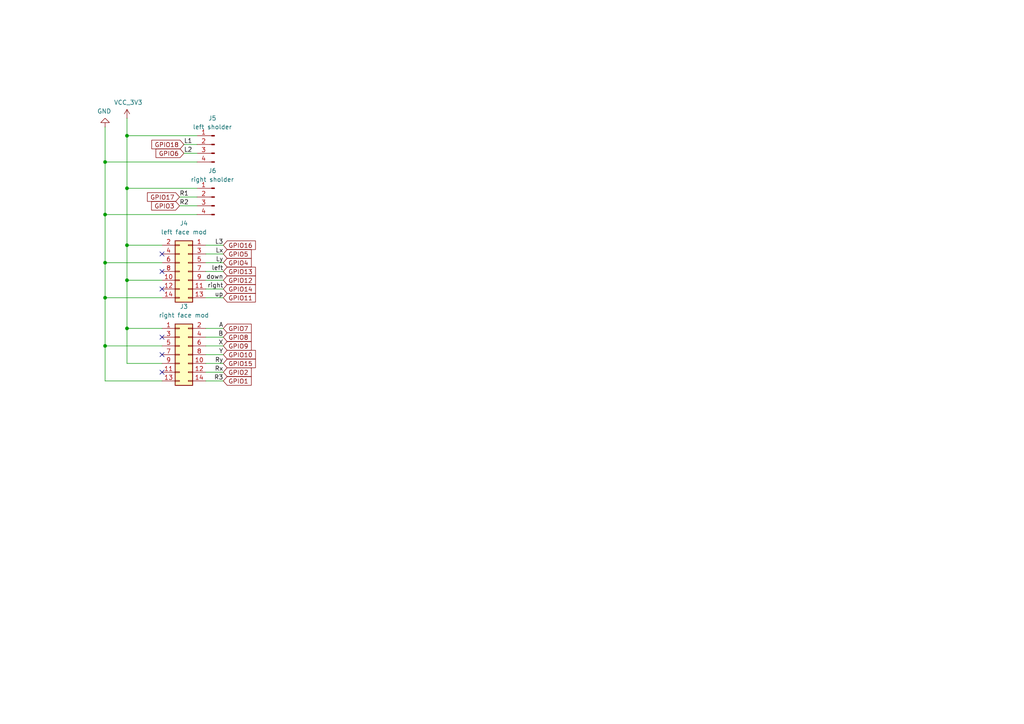
<source format=kicad_sch>
(kicad_sch (version 20250114) (generator "eeschema") (generator_version "9.0")
  (paper "A4")
  (title_block (date "2025-09-26") (rev "0.6") (company "OSHE"))
  (lib_symbols
    (symbol "MCU_Controller:+3V3" (power) (pin_numbers (hide yes)) (pin_names (offset 0) (hide yes))
      (property "Value" "+3V3" (at 0 3.556 0))
      (symbol "+3V3_0_1"
        (polyline (pts (xy -0.762 1.27) (xy 0 2.54)))
        (polyline (pts (xy 0 2.54) (xy 0.762 1.27)))
        (polyline (pts (xy 0 0) (xy 0 2.54)))
      )
      (symbol "+3V3_1_1"
        (pin power_in line (at 0 0 90) (length 0) (name "~") (number "1"))
      )
    )
    (symbol "MCU_Controller:Conn_01x04_Pin" (pin_names (offset 1.016) (hide yes))
      (property "Reference" "J" (at 0 5.08 0))
      (property "Value" "Conn_01x04_Pin" (at 0 -7.62 0))
      (symbol "Conn_01x04_Pin_1_1"
        (rectangle (start 0.8636 2.667) (end 0 2.413) (stroke (width 0.1524)) (fill (type outline)))
        (rectangle (start 0.8636 0.127) (end 0 -0.127) (stroke (width 0.1524)) (fill (type outline)))
        (rectangle (start 0.8636 -2.413) (end 0 -2.667) (stroke (width 0.1524)) (fill (type outline)))
        (rectangle (start 0.8636 -4.953) (end 0 -5.207) (stroke (width 0.1524)) (fill (type outline)))
        (polyline (pts (xy 1.27 2.54) (xy 0.8636 2.54)) (stroke (width 0.1524)))
        (polyline (pts (xy 1.27 0) (xy 0.8636 0)) (stroke (width 0.1524)))
        (polyline (pts (xy 1.27 -2.54) (xy 0.8636 -2.54)) (stroke (width 0.1524)))
        (polyline (pts (xy 1.27 -5.08) (xy 0.8636 -5.08)) (stroke (width 0.1524)))
        (pin passive line (at 5.08 2.54 180) (length 3.81) (name "Pin_1") (number "1"))
        (pin passive line (at 5.08 0 180) (length 3.81) (name "Pin_2") (number "2"))
        (pin passive line (at 5.08 -2.54 180) (length 3.81) (name "Pin_3") (number "3"))
        (pin passive line (at 5.08 -5.08 180) (length 3.81) (name "Pin_4") (number "4"))
      )
    )
    (symbol "MCU_Controller:Conn_02x07_Odd_Even" (pin_names (offset 1.016) (hide yes))
      (property "Reference" "J" (at 1.27 10.16 0))
      (property "Value" "Conn_02x07_Odd_Even" (at 1.27 -10.16 0))
      (symbol "Conn_02x07_Odd_Even_1_1"
        (rectangle (start -1.27 8.89) (end 3.81 -8.89) (stroke (width 0.254)) (fill (type background)))
        (rectangle (start -1.27 7.747) (end 0 7.493) (stroke (width 0.1524)))
        (rectangle (start -1.27 5.207) (end 0 4.953) (stroke (width 0.1524)))
        (rectangle (start -1.27 2.667) (end 0 2.413) (stroke (width 0.1524)))
        (rectangle (start -1.27 0.127) (end 0 -0.127) (stroke (width 0.1524)))
        (rectangle (start -1.27 -2.413) (end 0 -2.667) (stroke (width 0.1524)))
        (rectangle (start -1.27 -4.953) (end 0 -5.207) (stroke (width 0.1524)))
        (rectangle (start -1.27 -7.493) (end 0 -7.747) (stroke (width 0.1524)))
        (rectangle (start 3.81 7.747) (end 2.54 7.493) (stroke (width 0.1524)))
        (rectangle (start 3.81 5.207) (end 2.54 4.953) (stroke (width 0.1524)))
        (rectangle (start 3.81 2.667) (end 2.54 2.413) (stroke (width 0.1524)))
        (rectangle (start 3.81 0.127) (end 2.54 -0.127) (stroke (width 0.1524)))
        (rectangle (start 3.81 -2.413) (end 2.54 -2.667) (stroke (width 0.1524)))
        (rectangle (start 3.81 -4.953) (end 2.54 -5.207) (stroke (width 0.1524)))
        (rectangle (start 3.81 -7.493) (end 2.54 -7.747) (stroke (width 0.1524)))
        (pin passive line (at -5.08 7.62 0) (length 3.81) (name "Pin_1") (number "1"))
        (pin passive line (at -5.08 5.08 0) (length 3.81) (name "Pin_3") (number "3"))
        (pin passive line (at -5.08 2.54 0) (length 3.81) (name "Pin_5") (number "5"))
        (pin passive line (at -5.08 0 0) (length 3.81) (name "Pin_7") (number "7"))
        (pin passive line (at -5.08 -2.54 0) (length 3.81) (name "Pin_9") (number "9"))
        (pin passive line (at -5.08 -5.08 0) (length 3.81) (name "Pin_11") (number "11"))
        (pin passive line (at -5.08 -7.62 0) (length 3.81) (name "Pin_13") (number "13"))
        (pin passive line (at 7.62 7.62 180) (length 3.81) (name "Pin_2") (number "2"))
        (pin passive line (at 7.62 5.08 180) (length 3.81) (name "Pin_4") (number "4"))
        (pin passive line (at 7.62 2.54 180) (length 3.81) (name "Pin_6") (number "6"))
        (pin passive line (at 7.62 0 180) (length 3.81) (name "Pin_8") (number "8"))
        (pin passive line (at 7.62 -2.54 180) (length 3.81) (name "Pin_10") (number "10"))
        (pin passive line (at 7.62 -5.08 180) (length 3.81) (name "Pin_12") (number "12"))
        (pin passive line (at 7.62 -7.62 180) (length 3.81) (name "Pin_14") (number "14"))
      )
    )
    (symbol "MCU_Controller:GND" (power) (pin_numbers (hide yes)) (pin_names (offset 0) (hide yes))
      (property "Value" "GND" (at 0 -3.81 0))
      (symbol "GND_0_1"
        (polyline (pts (xy 0 0) (xy 0 -1.27) (xy 1.27 -1.27) (xy 0 -2.54) (xy -1.27 -1.27) (xy 0 -1.27)))
      )
      (symbol "GND_1_1"
        (pin power_in line (at 0 0 270) (length 0) (name "~") (number "1"))
      )
    )
  )
  (junction (at 36.83 71.12))
  (junction (at 36.83 39.37))
  (junction (at 30.48 76.2))
  (junction (at 30.48 62.23))
  (junction (at 36.83 81.28))
  (junction (at 30.48 46.99))
  (junction (at 36.83 95.25))
  (junction (at 36.83 54.61))
  (junction (at 30.48 86.36))
  (junction (at 30.48 100.33))
  (no_connect (at 46.99 97.79))
  (no_connect (at 46.99 83.82))
  (no_connect (at 46.99 107.95))
  (no_connect (at 46.99 78.74))
  (no_connect (at 46.99 73.66))
  (no_connect (at 46.99 102.87))
  (wire (pts (xy 46.99 71.12) (xy 36.83 71.12)))
  (wire (pts (xy 36.83 71.12) (xy 36.83 81.28)))
  (wire (pts (xy 46.99 86.36) (xy 30.48 86.36)))
  (wire (pts (xy 59.69 73.66) (xy 64.77 73.66)))
  (wire (pts (xy 30.48 100.33) (xy 30.48 110.49)))
  (wire (pts (xy 57.15 54.61) (xy 36.83 54.61)))
  (wire (pts (xy 59.69 81.28) (xy 64.77 81.28)))
  (wire (pts (xy 46.99 81.28) (xy 36.83 81.28)))
  (wire (pts (xy 36.83 105.41) (xy 36.83 95.25)))
  (wire (pts (xy 59.69 105.41) (xy 64.77 105.41)))
  (wire (pts (xy 46.99 105.41) (xy 36.83 105.41)))
  (wire (pts (xy 30.48 46.99) (xy 30.48 62.23)))
  (wire (pts (xy 36.83 34.29) (xy 36.83 39.37)))
  (wire (pts (xy 59.69 76.2) (xy 64.77 76.2)))
  (wire (pts (xy 30.48 36.83) (xy 30.48 46.99)))
  (wire (pts (xy 59.69 100.33) (xy 64.77 100.33)))
  (wire (pts (xy 59.69 71.12) (xy 64.77 71.12)))
  (wire (pts (xy 36.83 95.25) (xy 36.83 81.28)))
  (wire (pts (xy 36.83 39.37) (xy 36.83 54.61)))
  (wire (pts (xy 57.15 44.45) (xy 53.34 44.45)))
  (wire (pts (xy 59.69 107.95) (xy 64.77 107.95)))
  (wire (pts (xy 30.48 110.49) (xy 46.99 110.49)))
  (wire (pts (xy 30.48 76.2) (xy 30.48 86.36)))
  (wire (pts (xy 52.07 59.69) (xy 57.15 59.69)))
  (wire (pts (xy 59.69 95.25) (xy 64.77 95.25)))
  (wire (pts (xy 59.69 110.49) (xy 64.77 110.49)))
  (wire (pts (xy 30.48 86.36) (xy 30.48 100.33)))
  (wire (pts (xy 53.34 41.91) (xy 57.15 41.91)))
  (wire (pts (xy 52.07 57.15) (xy 57.15 57.15)))
  (wire (pts (xy 46.99 95.25) (xy 36.83 95.25)))
  (wire (pts (xy 57.15 46.99) (xy 30.48 46.99)))
  (wire (pts (xy 30.48 62.23) (xy 30.48 76.2)))
  (wire (pts (xy 57.15 62.23) (xy 30.48 62.23)))
  (wire (pts (xy 36.83 54.61) (xy 36.83 71.12)))
  (wire (pts (xy 46.99 100.33) (xy 30.48 100.33)))
  (wire (pts (xy 59.69 83.82) (xy 64.77 83.82)))
  (wire (pts (xy 46.99 76.2) (xy 30.48 76.2)))
  (wire (pts (xy 59.69 102.87) (xy 64.77 102.87)))
  (wire (pts (xy 59.69 78.74) (xy 64.77 78.74)))
  (wire (pts (xy 59.69 97.79) (xy 64.77 97.79)))
  (wire (pts (xy 59.69 86.36) (xy 64.77 86.36)))
  (wire (pts (xy 36.83 39.37) (xy 57.15 39.37)))
  (label "Lx" (at 64.77 73.66 180))
  (label "left" (at 64.77 78.74 180))
  (label "L3" (at 64.77 71.12 180))
  (label "Ry" (at 64.77 105.41 180))
  (label "X" (at 64.77 100.33 180))
  (label "B" (at 64.77 97.79 180))
  (label "A" (at 64.77 95.25 180))
  (label "R1" (at 52.07 57.15 0))
  (label "L1" (at 53.34 41.91 0))
  (label "down" (at 64.77 81.28 180))
  (label "L2" (at 53.34 44.45 0))
  (label "Rx" (at 64.77 107.95 180))
  (label "Ly" (at 64.77 76.2 180))
  (label "R3" (at 64.77 110.49 180))
  (label "right" (at 64.77 83.82 180))
  (label "up" (at 64.77 86.36 180))
  (label "R2" (at 52.07 59.69 0))
  (label "Y" (at 64.77 102.87 180))
  (global_label "GPIO4" (shape input) (at 64.77 76.2 0) (property "Intersheetrefs" "${INTERSHEET_REFS}" (effects (hide yes))))
  (global_label "GPIO2" (shape input) (at 64.77 107.95 0) (property "Intersheetrefs" "${INTERSHEET_REFS}" (effects (hide yes))))
  (global_label "GPIO10" (shape input) (at 64.77 102.87 0) (property "Intersheetrefs" "${INTERSHEET_REFS}" (effects (hide yes))))
  (global_label "GPIO7" (shape input) (at 64.77 95.25 0) (property "Intersheetrefs" "${INTERSHEET_REFS}" (effects (hide yes))))
  (global_label "GPIO15" (shape input) (at 64.77 105.41 0) (property "Intersheetrefs" "${INTERSHEET_REFS}" (effects (hide yes))))
  (global_label "GPIO12" (shape input) (at 64.77 81.28 0) (property "Intersheetrefs" "${INTERSHEET_REFS}" (effects (hide yes))))
  (global_label "GPIO8" (shape input) (at 64.77 97.79 0) (property "Intersheetrefs" "${INTERSHEET_REFS}" (effects (hide yes))))
  (global_label "GPIO16" (shape input) (at 64.77 71.12 0) (property "Intersheetrefs" "${INTERSHEET_REFS}" (effects (hide yes))))
  (global_label "GPIO3" (shape input) (at 52.07 59.69 180) (property "Intersheetrefs" "${INTERSHEET_REFS}" (effects (hide yes))))
  (global_label "GPIO14" (shape input) (at 64.77 83.82 0) (property "Intersheetrefs" "${INTERSHEET_REFS}" (effects (hide yes))))
  (global_label "GPIO1" (shape input) (at 64.77 110.49 0) (property "Intersheetrefs" "${INTERSHEET_REFS}" (effects (hide yes))))
  (global_label "GPIO13" (shape input) (at 64.77 78.74 0) (property "Intersheetrefs" "${INTERSHEET_REFS}" (effects (hide yes))))
  (global_label "GPIO9" (shape input) (at 64.77 100.33 0) (property "Intersheetrefs" "${INTERSHEET_REFS}" (effects (hide yes))))
  (global_label "GPIO18" (shape input) (at 53.34 41.91 180) (property "Intersheetrefs" "${INTERSHEET_REFS}" (effects (hide yes))))
  (global_label "GPIO17" (shape input) (at 52.07 57.15 180) (property "Intersheetrefs" "${INTERSHEET_REFS}" (effects (hide yes))))
  (global_label "GPIO5" (shape input) (at 64.77 73.66 0) (property "Intersheetrefs" "${INTERSHEET_REFS}" (effects (hide yes))))
  (global_label "GPIO6" (shape input) (at 53.34 44.45 180) (property "Intersheetrefs" "${INTERSHEET_REFS}" (effects (hide yes))))
  (global_label "GPIO11" (shape input) (at 64.77 86.36 0) (property "Intersheetrefs" "${INTERSHEET_REFS}" (effects (hide yes))))
  (symbol (lib_id "MCU_Controller:+3V3") (at 36.83 34.29 0) (unit 1)
    (property "Reference" "#PWR021" (effects (hide yes)))
    (property "Value" "VCC_3V3" (at 33.02 29.718 0) (effects (justify left)))
    (property "Description" "Power symbol creates a global label with name \"+3V3\"" (effects (hide yes)))
  )
  (symbol (lib_id "MCU_Controller:Conn_02x07_Odd_Even") (at 52.07 102.87 0) (unit 1) (in_bom no) (on_board no)
    (property "Reference" "J3" (at 53.34 88.9 0))
    (property "Value" "right face mod" (at 53.34 91.44 0))
    (property "Footprint" "Connector_PinHeader_1.27mm:PinHeader_2x07_P1.27mm_Vertical" (effects (hide yes)))
    (property "Description" "Generic connector, double row, 02x07, odd/even pin numbering scheme (row 1 odd numbers, row 2 even numbers), script generated (kicad-library-utils/schlib/autogen/connector/)" (effects (hide yes)))
  )
  (symbol (lib_id "MCU_Controller:Conn_01x04_Pin") (at 62.23 41.91 0) (mirror y) (unit 1) (in_bom no) (on_board no)
    (property "Reference" "J5" (at 61.595 34.29 0))
    (property "Value" "left sholder" (at 61.595 36.83 0))
    (property "Footprint" "Connector_PinHeader_1.27mm:PinHeader_1x04_P1.27mm_Vertical" (effects (hide yes)))
    (property "Description" "Generic connector, single row, 01x04, script generated" (effects (hide yes)))
  )
  (symbol (lib_id "MCU_Controller:Conn_01x04_Pin") (at 62.23 57.15 0) (mirror y) (unit 1) (in_bom no) (on_board no)
    (property "Reference" "J6" (at 61.595 49.53 0))
    (property "Value" "right sholder" (at 61.595 52.07 0))
    (property "Footprint" "Connector_PinHeader_1.27mm:PinHeader_1x04_P1.27mm_Vertical" (effects (hide yes)))
    (property "Description" "Generic connector, single row, 01x04, script generated" (effects (hide yes)))
  )
  (symbol (lib_id "MCU_Controller:GND") (at 30.48 36.83 180) (unit 1)
    (property "Reference" "#PWR020" (effects (hide yes)))
    (property "Value" "GND" (at 30.226 32.258 0))
    (property "Description" "Power symbol creates a global label with name \"GND\" , ground" (effects (hide yes)))
  )
  (symbol (lib_id "MCU_Controller:Conn_02x07_Odd_Even") (at 54.61 78.74 0) (mirror y) (unit 1) (in_bom no) (on_board no)
    (property "Reference" "J4" (at 53.34 64.77 0))
    (property "Value" "left face mod" (at 53.34 67.31 0))
    (property "Footprint" "Connector_PinHeader_1.27mm:PinHeader_2x07_P1.27mm_Vertical" (effects (hide yes)))
    (property "Description" "Generic connector, double row, 02x07, odd/even pin numbering scheme (row 1 odd numbers, row 2 even numbers), script generated (kicad-library-utils/schlib/autogen/connector/)" (effects (hide yes)))
  )
)
</source>
